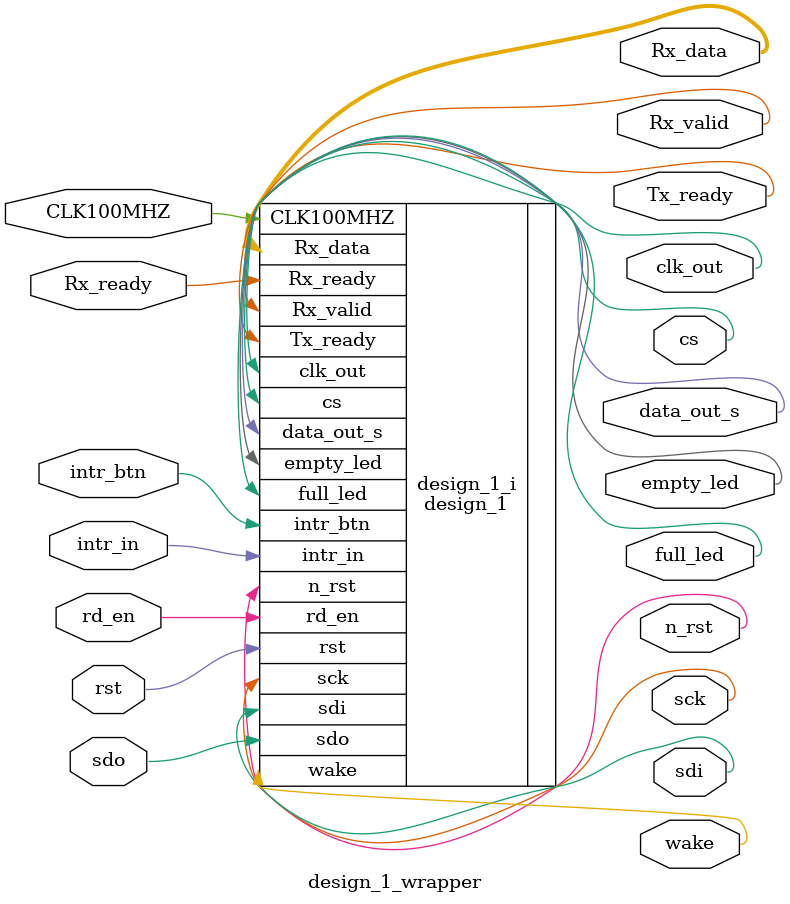
<source format=v>
`timescale 1 ps / 1 ps

module design_1_wrapper
   (CLK100MHZ,
    Rx_data,
    Rx_ready,
    Rx_valid,
    Tx_ready,
    clk_out,
    cs,
    data_out_s,
    empty_led,
    full_led,
    intr_btn,
    intr_in,
    n_rst,
    rd_en,
    rst,
    sck,
    sdi,
    sdo,
    wake);
  input CLK100MHZ;
  output [7:0]Rx_data;
  input Rx_ready;
  output Rx_valid;
  output Tx_ready;
  output clk_out;
  output cs;
  output data_out_s;
  output empty_led;
  output full_led;
  input intr_btn;
  input intr_in;
  output n_rst;
  input rd_en;
  input rst;
  output sck;
  output sdi;
  input sdo;
  output wake;

  wire CLK100MHZ;
  wire [7:0]Rx_data;
  wire Rx_ready;
  wire Rx_valid;
  wire Tx_ready;
  wire clk_out;
  wire cs;
  wire data_out_s;
  wire empty_led;
  wire full_led;
  wire intr_btn;
  wire intr_in;
  wire n_rst;
  wire rd_en;
  wire rst;
  wire sck;
  wire sdi;
  wire sdo;
  wire wake;

  design_1 design_1_i
       (.CLK100MHZ(CLK100MHZ),
        .Rx_data(Rx_data),
        .Rx_ready(Rx_ready),
        .Rx_valid(Rx_valid),
        .Tx_ready(Tx_ready),
        .clk_out(clk_out),
        .cs(cs),
        .data_out_s(data_out_s),
        .empty_led(empty_led),
        .full_led(full_led),
        .intr_btn(intr_btn),
        .intr_in(intr_in),
        .n_rst(n_rst),
        .rd_en(rd_en),
        .rst(rst),
        .sck(sck),
        .sdi(sdi),
        .sdo(sdo),
        .wake(wake));
endmodule

</source>
